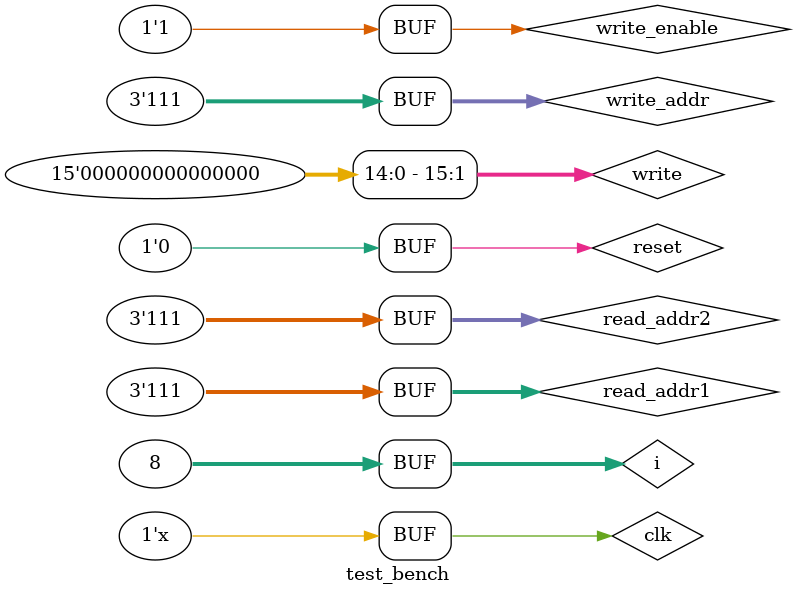
<source format=v>
`timescale 1ns / 1ps

module test_bench();

    reg [15:0] write;
    wire [15:0] read1, read2;
    reg [2:0] write_addr, read_addr1, read_addr2;
    reg write_enable, reset;
    reg clk = 0;
    
    integer i = 0;

    registerbank16 REG(write, write_addr, read_addr1, read_addr2, read1, read2, write_enable, clk, reset);
    
    always #10 clk = !clk;
    
    initial begin
      write_enable = 0;
      reset = 1; //set all registers to 0
      #15 reset = 0;
      
      for (i=0; i < 8; i=i+1) begin //read all values from port1
        #20 read_addr1 = i;
      end
      
      #20 i = 0;
      for (i=0; i < 8; i=i+1) begin //write and read from port1
        #20 write = $random;
        write_enable = 1;
        write_addr = i;
        read_addr1 = i;
      end
      
      #20 i = 0;
      write_enable = 0;
      for (i=0; i < 8; i=i+1) begin //read all values from port2
        #20 read_addr2 = i;
      end
      
      #20 i = 0;
      for (i=0; i < 8; i=i+1) begin //write and read from both ports
        #20 write = $random;
        write_enable = 1;
        write_addr = i;
        read_addr1 = i;
        read_addr2 = i;
      end
      
    end
    
endmodule

</source>
